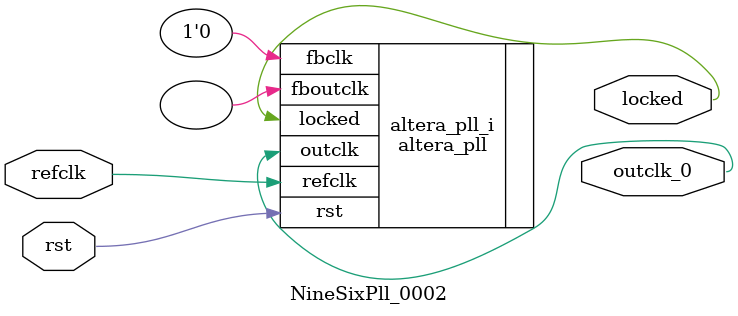
<source format=v>
`timescale 1ns/10ps
module  NineSixPll_0002(

	// interface 'refclk'
	input wire refclk,

	// interface 'reset'
	input wire rst,

	// interface 'outclk0'
	output wire outclk_0,

	// interface 'locked'
	output wire locked
);

	altera_pll #(
		.fractional_vco_multiplier("false"),
		.reference_clock_frequency("50.0 MHz"),
		.operation_mode("direct"),
		.number_of_clocks(1),
		.output_clock_frequency0("96.000000 MHz"),
		.phase_shift0("0 ps"),
		.duty_cycle0(50),
		.output_clock_frequency1("0 MHz"),
		.phase_shift1("0 ps"),
		.duty_cycle1(50),
		.output_clock_frequency2("0 MHz"),
		.phase_shift2("0 ps"),
		.duty_cycle2(50),
		.output_clock_frequency3("0 MHz"),
		.phase_shift3("0 ps"),
		.duty_cycle3(50),
		.output_clock_frequency4("0 MHz"),
		.phase_shift4("0 ps"),
		.duty_cycle4(50),
		.output_clock_frequency5("0 MHz"),
		.phase_shift5("0 ps"),
		.duty_cycle5(50),
		.output_clock_frequency6("0 MHz"),
		.phase_shift6("0 ps"),
		.duty_cycle6(50),
		.output_clock_frequency7("0 MHz"),
		.phase_shift7("0 ps"),
		.duty_cycle7(50),
		.output_clock_frequency8("0 MHz"),
		.phase_shift8("0 ps"),
		.duty_cycle8(50),
		.output_clock_frequency9("0 MHz"),
		.phase_shift9("0 ps"),
		.duty_cycle9(50),
		.output_clock_frequency10("0 MHz"),
		.phase_shift10("0 ps"),
		.duty_cycle10(50),
		.output_clock_frequency11("0 MHz"),
		.phase_shift11("0 ps"),
		.duty_cycle11(50),
		.output_clock_frequency12("0 MHz"),
		.phase_shift12("0 ps"),
		.duty_cycle12(50),
		.output_clock_frequency13("0 MHz"),
		.phase_shift13("0 ps"),
		.duty_cycle13(50),
		.output_clock_frequency14("0 MHz"),
		.phase_shift14("0 ps"),
		.duty_cycle14(50),
		.output_clock_frequency15("0 MHz"),
		.phase_shift15("0 ps"),
		.duty_cycle15(50),
		.output_clock_frequency16("0 MHz"),
		.phase_shift16("0 ps"),
		.duty_cycle16(50),
		.output_clock_frequency17("0 MHz"),
		.phase_shift17("0 ps"),
		.duty_cycle17(50),
		.pll_type("General"),
		.pll_subtype("General")
	) altera_pll_i (
		.rst	(rst),
		.outclk	({outclk_0}),
		.locked	(locked),
		.fboutclk	( ),
		.fbclk	(1'b0),
		.refclk	(refclk)
	);
endmodule


</source>
